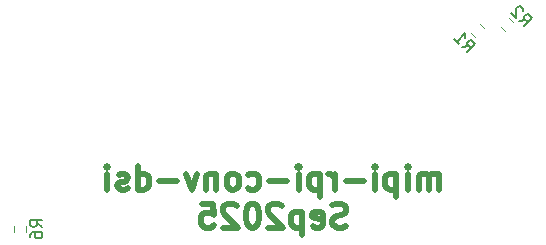
<source format=gbo>
G04 #@! TF.GenerationSoftware,KiCad,Pcbnew,9.0.4-9.0.4-0~ubuntu24.04.1*
G04 #@! TF.CreationDate,2025-08-31T09:26:06-07:00*
G04 #@! TF.ProjectId,2025-mipi-rpi-conv-dsi,32303235-2d6d-4697-9069-2d7270692d63,rev?*
G04 #@! TF.SameCoordinates,Original*
G04 #@! TF.FileFunction,Legend,Bot*
G04 #@! TF.FilePolarity,Positive*
%FSLAX46Y46*%
G04 Gerber Fmt 4.6, Leading zero omitted, Abs format (unit mm)*
G04 Created by KiCad (PCBNEW 9.0.4-9.0.4-0~ubuntu24.04.1) date 2025-08-31 09:26:06*
%MOMM*%
%LPD*%
G01*
G04 APERTURE LIST*
%ADD10C,0.500000*%
%ADD11C,0.150000*%
%ADD12C,0.120000*%
G04 APERTURE END LIST*
D10*
X109247619Y-103489294D02*
X109247619Y-102155960D01*
X109247619Y-102346436D02*
X109152381Y-102251198D01*
X109152381Y-102251198D02*
X108961905Y-102155960D01*
X108961905Y-102155960D02*
X108676190Y-102155960D01*
X108676190Y-102155960D02*
X108485714Y-102251198D01*
X108485714Y-102251198D02*
X108390476Y-102441675D01*
X108390476Y-102441675D02*
X108390476Y-103489294D01*
X108390476Y-102441675D02*
X108295238Y-102251198D01*
X108295238Y-102251198D02*
X108104762Y-102155960D01*
X108104762Y-102155960D02*
X107819048Y-102155960D01*
X107819048Y-102155960D02*
X107628571Y-102251198D01*
X107628571Y-102251198D02*
X107533333Y-102441675D01*
X107533333Y-102441675D02*
X107533333Y-103489294D01*
X106580952Y-103489294D02*
X106580952Y-102155960D01*
X106580952Y-101489294D02*
X106676190Y-101584532D01*
X106676190Y-101584532D02*
X106580952Y-101679770D01*
X106580952Y-101679770D02*
X106485714Y-101584532D01*
X106485714Y-101584532D02*
X106580952Y-101489294D01*
X106580952Y-101489294D02*
X106580952Y-101679770D01*
X105628571Y-102155960D02*
X105628571Y-104155960D01*
X105628571Y-102251198D02*
X105438095Y-102155960D01*
X105438095Y-102155960D02*
X105057142Y-102155960D01*
X105057142Y-102155960D02*
X104866666Y-102251198D01*
X104866666Y-102251198D02*
X104771428Y-102346436D01*
X104771428Y-102346436D02*
X104676190Y-102536913D01*
X104676190Y-102536913D02*
X104676190Y-103108341D01*
X104676190Y-103108341D02*
X104771428Y-103298817D01*
X104771428Y-103298817D02*
X104866666Y-103394056D01*
X104866666Y-103394056D02*
X105057142Y-103489294D01*
X105057142Y-103489294D02*
X105438095Y-103489294D01*
X105438095Y-103489294D02*
X105628571Y-103394056D01*
X103819047Y-103489294D02*
X103819047Y-102155960D01*
X103819047Y-101489294D02*
X103914285Y-101584532D01*
X103914285Y-101584532D02*
X103819047Y-101679770D01*
X103819047Y-101679770D02*
X103723809Y-101584532D01*
X103723809Y-101584532D02*
X103819047Y-101489294D01*
X103819047Y-101489294D02*
X103819047Y-101679770D01*
X102866666Y-102727389D02*
X101342857Y-102727389D01*
X100390476Y-103489294D02*
X100390476Y-102155960D01*
X100390476Y-102536913D02*
X100295238Y-102346436D01*
X100295238Y-102346436D02*
X100200000Y-102251198D01*
X100200000Y-102251198D02*
X100009524Y-102155960D01*
X100009524Y-102155960D02*
X99819047Y-102155960D01*
X99152381Y-102155960D02*
X99152381Y-104155960D01*
X99152381Y-102251198D02*
X98961905Y-102155960D01*
X98961905Y-102155960D02*
X98580952Y-102155960D01*
X98580952Y-102155960D02*
X98390476Y-102251198D01*
X98390476Y-102251198D02*
X98295238Y-102346436D01*
X98295238Y-102346436D02*
X98200000Y-102536913D01*
X98200000Y-102536913D02*
X98200000Y-103108341D01*
X98200000Y-103108341D02*
X98295238Y-103298817D01*
X98295238Y-103298817D02*
X98390476Y-103394056D01*
X98390476Y-103394056D02*
X98580952Y-103489294D01*
X98580952Y-103489294D02*
X98961905Y-103489294D01*
X98961905Y-103489294D02*
X99152381Y-103394056D01*
X97342857Y-103489294D02*
X97342857Y-102155960D01*
X97342857Y-101489294D02*
X97438095Y-101584532D01*
X97438095Y-101584532D02*
X97342857Y-101679770D01*
X97342857Y-101679770D02*
X97247619Y-101584532D01*
X97247619Y-101584532D02*
X97342857Y-101489294D01*
X97342857Y-101489294D02*
X97342857Y-101679770D01*
X96390476Y-102727389D02*
X94866667Y-102727389D01*
X93057143Y-103394056D02*
X93247619Y-103489294D01*
X93247619Y-103489294D02*
X93628572Y-103489294D01*
X93628572Y-103489294D02*
X93819048Y-103394056D01*
X93819048Y-103394056D02*
X93914286Y-103298817D01*
X93914286Y-103298817D02*
X94009524Y-103108341D01*
X94009524Y-103108341D02*
X94009524Y-102536913D01*
X94009524Y-102536913D02*
X93914286Y-102346436D01*
X93914286Y-102346436D02*
X93819048Y-102251198D01*
X93819048Y-102251198D02*
X93628572Y-102155960D01*
X93628572Y-102155960D02*
X93247619Y-102155960D01*
X93247619Y-102155960D02*
X93057143Y-102251198D01*
X91914286Y-103489294D02*
X92104762Y-103394056D01*
X92104762Y-103394056D02*
X92200000Y-103298817D01*
X92200000Y-103298817D02*
X92295238Y-103108341D01*
X92295238Y-103108341D02*
X92295238Y-102536913D01*
X92295238Y-102536913D02*
X92200000Y-102346436D01*
X92200000Y-102346436D02*
X92104762Y-102251198D01*
X92104762Y-102251198D02*
X91914286Y-102155960D01*
X91914286Y-102155960D02*
X91628571Y-102155960D01*
X91628571Y-102155960D02*
X91438095Y-102251198D01*
X91438095Y-102251198D02*
X91342857Y-102346436D01*
X91342857Y-102346436D02*
X91247619Y-102536913D01*
X91247619Y-102536913D02*
X91247619Y-103108341D01*
X91247619Y-103108341D02*
X91342857Y-103298817D01*
X91342857Y-103298817D02*
X91438095Y-103394056D01*
X91438095Y-103394056D02*
X91628571Y-103489294D01*
X91628571Y-103489294D02*
X91914286Y-103489294D01*
X90390476Y-102155960D02*
X90390476Y-103489294D01*
X90390476Y-102346436D02*
X90295238Y-102251198D01*
X90295238Y-102251198D02*
X90104762Y-102155960D01*
X90104762Y-102155960D02*
X89819047Y-102155960D01*
X89819047Y-102155960D02*
X89628571Y-102251198D01*
X89628571Y-102251198D02*
X89533333Y-102441675D01*
X89533333Y-102441675D02*
X89533333Y-103489294D01*
X88771428Y-102155960D02*
X88295238Y-103489294D01*
X88295238Y-103489294D02*
X87819047Y-102155960D01*
X87057142Y-102727389D02*
X85533333Y-102727389D01*
X83723809Y-103489294D02*
X83723809Y-101489294D01*
X83723809Y-103394056D02*
X83914285Y-103489294D01*
X83914285Y-103489294D02*
X84295238Y-103489294D01*
X84295238Y-103489294D02*
X84485714Y-103394056D01*
X84485714Y-103394056D02*
X84580952Y-103298817D01*
X84580952Y-103298817D02*
X84676190Y-103108341D01*
X84676190Y-103108341D02*
X84676190Y-102536913D01*
X84676190Y-102536913D02*
X84580952Y-102346436D01*
X84580952Y-102346436D02*
X84485714Y-102251198D01*
X84485714Y-102251198D02*
X84295238Y-102155960D01*
X84295238Y-102155960D02*
X83914285Y-102155960D01*
X83914285Y-102155960D02*
X83723809Y-102251198D01*
X82866666Y-103394056D02*
X82676190Y-103489294D01*
X82676190Y-103489294D02*
X82295238Y-103489294D01*
X82295238Y-103489294D02*
X82104761Y-103394056D01*
X82104761Y-103394056D02*
X82009523Y-103203579D01*
X82009523Y-103203579D02*
X82009523Y-103108341D01*
X82009523Y-103108341D02*
X82104761Y-102917865D01*
X82104761Y-102917865D02*
X82295238Y-102822627D01*
X82295238Y-102822627D02*
X82580952Y-102822627D01*
X82580952Y-102822627D02*
X82771428Y-102727389D01*
X82771428Y-102727389D02*
X82866666Y-102536913D01*
X82866666Y-102536913D02*
X82866666Y-102441675D01*
X82866666Y-102441675D02*
X82771428Y-102251198D01*
X82771428Y-102251198D02*
X82580952Y-102155960D01*
X82580952Y-102155960D02*
X82295238Y-102155960D01*
X82295238Y-102155960D02*
X82104761Y-102251198D01*
X81152380Y-103489294D02*
X81152380Y-102155960D01*
X81152380Y-101489294D02*
X81247618Y-101584532D01*
X81247618Y-101584532D02*
X81152380Y-101679770D01*
X81152380Y-101679770D02*
X81057142Y-101584532D01*
X81057142Y-101584532D02*
X81152380Y-101489294D01*
X81152380Y-101489294D02*
X81152380Y-101679770D01*
X101342857Y-106613944D02*
X101057143Y-106709182D01*
X101057143Y-106709182D02*
X100580952Y-106709182D01*
X100580952Y-106709182D02*
X100390476Y-106613944D01*
X100390476Y-106613944D02*
X100295238Y-106518705D01*
X100295238Y-106518705D02*
X100200000Y-106328229D01*
X100200000Y-106328229D02*
X100200000Y-106137753D01*
X100200000Y-106137753D02*
X100295238Y-105947277D01*
X100295238Y-105947277D02*
X100390476Y-105852039D01*
X100390476Y-105852039D02*
X100580952Y-105756801D01*
X100580952Y-105756801D02*
X100961905Y-105661563D01*
X100961905Y-105661563D02*
X101152381Y-105566324D01*
X101152381Y-105566324D02*
X101247619Y-105471086D01*
X101247619Y-105471086D02*
X101342857Y-105280610D01*
X101342857Y-105280610D02*
X101342857Y-105090134D01*
X101342857Y-105090134D02*
X101247619Y-104899658D01*
X101247619Y-104899658D02*
X101152381Y-104804420D01*
X101152381Y-104804420D02*
X100961905Y-104709182D01*
X100961905Y-104709182D02*
X100485714Y-104709182D01*
X100485714Y-104709182D02*
X100200000Y-104804420D01*
X98580952Y-106613944D02*
X98771428Y-106709182D01*
X98771428Y-106709182D02*
X99152381Y-106709182D01*
X99152381Y-106709182D02*
X99342857Y-106613944D01*
X99342857Y-106613944D02*
X99438095Y-106423467D01*
X99438095Y-106423467D02*
X99438095Y-105661563D01*
X99438095Y-105661563D02*
X99342857Y-105471086D01*
X99342857Y-105471086D02*
X99152381Y-105375848D01*
X99152381Y-105375848D02*
X98771428Y-105375848D01*
X98771428Y-105375848D02*
X98580952Y-105471086D01*
X98580952Y-105471086D02*
X98485714Y-105661563D01*
X98485714Y-105661563D02*
X98485714Y-105852039D01*
X98485714Y-105852039D02*
X99438095Y-106042515D01*
X97628571Y-105375848D02*
X97628571Y-107375848D01*
X97628571Y-105471086D02*
X97438095Y-105375848D01*
X97438095Y-105375848D02*
X97057142Y-105375848D01*
X97057142Y-105375848D02*
X96866666Y-105471086D01*
X96866666Y-105471086D02*
X96771428Y-105566324D01*
X96771428Y-105566324D02*
X96676190Y-105756801D01*
X96676190Y-105756801D02*
X96676190Y-106328229D01*
X96676190Y-106328229D02*
X96771428Y-106518705D01*
X96771428Y-106518705D02*
X96866666Y-106613944D01*
X96866666Y-106613944D02*
X97057142Y-106709182D01*
X97057142Y-106709182D02*
X97438095Y-106709182D01*
X97438095Y-106709182D02*
X97628571Y-106613944D01*
X95914285Y-104899658D02*
X95819047Y-104804420D01*
X95819047Y-104804420D02*
X95628571Y-104709182D01*
X95628571Y-104709182D02*
X95152380Y-104709182D01*
X95152380Y-104709182D02*
X94961904Y-104804420D01*
X94961904Y-104804420D02*
X94866666Y-104899658D01*
X94866666Y-104899658D02*
X94771428Y-105090134D01*
X94771428Y-105090134D02*
X94771428Y-105280610D01*
X94771428Y-105280610D02*
X94866666Y-105566324D01*
X94866666Y-105566324D02*
X96009523Y-106709182D01*
X96009523Y-106709182D02*
X94771428Y-106709182D01*
X93533333Y-104709182D02*
X93342856Y-104709182D01*
X93342856Y-104709182D02*
X93152380Y-104804420D01*
X93152380Y-104804420D02*
X93057142Y-104899658D01*
X93057142Y-104899658D02*
X92961904Y-105090134D01*
X92961904Y-105090134D02*
X92866666Y-105471086D01*
X92866666Y-105471086D02*
X92866666Y-105947277D01*
X92866666Y-105947277D02*
X92961904Y-106328229D01*
X92961904Y-106328229D02*
X93057142Y-106518705D01*
X93057142Y-106518705D02*
X93152380Y-106613944D01*
X93152380Y-106613944D02*
X93342856Y-106709182D01*
X93342856Y-106709182D02*
X93533333Y-106709182D01*
X93533333Y-106709182D02*
X93723809Y-106613944D01*
X93723809Y-106613944D02*
X93819047Y-106518705D01*
X93819047Y-106518705D02*
X93914285Y-106328229D01*
X93914285Y-106328229D02*
X94009523Y-105947277D01*
X94009523Y-105947277D02*
X94009523Y-105471086D01*
X94009523Y-105471086D02*
X93914285Y-105090134D01*
X93914285Y-105090134D02*
X93819047Y-104899658D01*
X93819047Y-104899658D02*
X93723809Y-104804420D01*
X93723809Y-104804420D02*
X93533333Y-104709182D01*
X92104761Y-104899658D02*
X92009523Y-104804420D01*
X92009523Y-104804420D02*
X91819047Y-104709182D01*
X91819047Y-104709182D02*
X91342856Y-104709182D01*
X91342856Y-104709182D02*
X91152380Y-104804420D01*
X91152380Y-104804420D02*
X91057142Y-104899658D01*
X91057142Y-104899658D02*
X90961904Y-105090134D01*
X90961904Y-105090134D02*
X90961904Y-105280610D01*
X90961904Y-105280610D02*
X91057142Y-105566324D01*
X91057142Y-105566324D02*
X92199999Y-106709182D01*
X92199999Y-106709182D02*
X90961904Y-106709182D01*
X89152380Y-104709182D02*
X90104761Y-104709182D01*
X90104761Y-104709182D02*
X90199999Y-105661563D01*
X90199999Y-105661563D02*
X90104761Y-105566324D01*
X90104761Y-105566324D02*
X89914285Y-105471086D01*
X89914285Y-105471086D02*
X89438094Y-105471086D01*
X89438094Y-105471086D02*
X89247618Y-105566324D01*
X89247618Y-105566324D02*
X89152380Y-105661563D01*
X89152380Y-105661563D02*
X89057142Y-105852039D01*
X89057142Y-105852039D02*
X89057142Y-106328229D01*
X89057142Y-106328229D02*
X89152380Y-106518705D01*
X89152380Y-106518705D02*
X89247618Y-106613944D01*
X89247618Y-106613944D02*
X89438094Y-106709182D01*
X89438094Y-106709182D02*
X89914285Y-106709182D01*
X89914285Y-106709182D02*
X90104761Y-106613944D01*
X90104761Y-106613944D02*
X90199999Y-106518705D01*
D11*
X115996245Y-89239456D02*
X116568664Y-89138441D01*
X116400306Y-89643517D02*
X117107412Y-88936410D01*
X117107412Y-88936410D02*
X116838038Y-88667036D01*
X116838038Y-88667036D02*
X116737023Y-88633364D01*
X116737023Y-88633364D02*
X116669680Y-88633364D01*
X116669680Y-88633364D02*
X116568664Y-88667036D01*
X116568664Y-88667036D02*
X116467649Y-88768051D01*
X116467649Y-88768051D02*
X116433977Y-88869067D01*
X116433977Y-88869067D02*
X116433977Y-88936410D01*
X116433977Y-88936410D02*
X116467649Y-89037425D01*
X116467649Y-89037425D02*
X116737023Y-89306799D01*
X116366634Y-88330319D02*
X116366634Y-88262975D01*
X116366634Y-88262975D02*
X116332962Y-88161960D01*
X116332962Y-88161960D02*
X116164603Y-87993601D01*
X116164603Y-87993601D02*
X116063588Y-87959929D01*
X116063588Y-87959929D02*
X115996245Y-87959929D01*
X115996245Y-87959929D02*
X115895229Y-87993601D01*
X115895229Y-87993601D02*
X115827886Y-88060945D01*
X115827886Y-88060945D02*
X115760542Y-88195632D01*
X115760542Y-88195632D02*
X115760542Y-89003754D01*
X115760542Y-89003754D02*
X115322810Y-88566021D01*
X111196245Y-91439456D02*
X111768664Y-91338441D01*
X111600306Y-91843517D02*
X112307412Y-91136410D01*
X112307412Y-91136410D02*
X112038038Y-90867036D01*
X112038038Y-90867036D02*
X111937023Y-90833364D01*
X111937023Y-90833364D02*
X111869680Y-90833364D01*
X111869680Y-90833364D02*
X111768664Y-90867036D01*
X111768664Y-90867036D02*
X111667649Y-90968051D01*
X111667649Y-90968051D02*
X111633977Y-91069067D01*
X111633977Y-91069067D02*
X111633977Y-91136410D01*
X111633977Y-91136410D02*
X111667649Y-91237425D01*
X111667649Y-91237425D02*
X111937023Y-91506799D01*
X110522810Y-90766021D02*
X110926871Y-91170082D01*
X110724840Y-90968051D02*
X111431947Y-90260945D01*
X111431947Y-90260945D02*
X111398275Y-90429303D01*
X111398275Y-90429303D02*
X111398275Y-90563990D01*
X111398275Y-90563990D02*
X111431947Y-90665006D01*
X75634819Y-106658333D02*
X75158628Y-106325000D01*
X75634819Y-106086905D02*
X74634819Y-106086905D01*
X74634819Y-106086905D02*
X74634819Y-106467857D01*
X74634819Y-106467857D02*
X74682438Y-106563095D01*
X74682438Y-106563095D02*
X74730057Y-106610714D01*
X74730057Y-106610714D02*
X74825295Y-106658333D01*
X74825295Y-106658333D02*
X74968152Y-106658333D01*
X74968152Y-106658333D02*
X75063390Y-106610714D01*
X75063390Y-106610714D02*
X75111009Y-106563095D01*
X75111009Y-106563095D02*
X75158628Y-106467857D01*
X75158628Y-106467857D02*
X75158628Y-106086905D01*
X74634819Y-107515476D02*
X74634819Y-107325000D01*
X74634819Y-107325000D02*
X74682438Y-107229762D01*
X74682438Y-107229762D02*
X74730057Y-107182143D01*
X74730057Y-107182143D02*
X74872914Y-107086905D01*
X74872914Y-107086905D02*
X75063390Y-107039286D01*
X75063390Y-107039286D02*
X75444342Y-107039286D01*
X75444342Y-107039286D02*
X75539580Y-107086905D01*
X75539580Y-107086905D02*
X75587200Y-107134524D01*
X75587200Y-107134524D02*
X75634819Y-107229762D01*
X75634819Y-107229762D02*
X75634819Y-107420238D01*
X75634819Y-107420238D02*
X75587200Y-107515476D01*
X75587200Y-107515476D02*
X75539580Y-107563095D01*
X75539580Y-107563095D02*
X75444342Y-107610714D01*
X75444342Y-107610714D02*
X75206247Y-107610714D01*
X75206247Y-107610714D02*
X75111009Y-107563095D01*
X75111009Y-107563095D02*
X75063390Y-107515476D01*
X75063390Y-107515476D02*
X75015771Y-107420238D01*
X75015771Y-107420238D02*
X75015771Y-107229762D01*
X75015771Y-107229762D02*
X75063390Y-107134524D01*
X75063390Y-107134524D02*
X75111009Y-107086905D01*
X75111009Y-107086905D02*
X75206247Y-107039286D01*
D12*
G04 #@! TO.C,R2*
X114798303Y-90037230D02*
X114462770Y-89701697D01*
X115537230Y-89298303D02*
X115201697Y-88962770D01*
G04 #@! TO.C,R1*
X112298303Y-90537230D02*
X111962770Y-90201697D01*
X113037230Y-89798303D02*
X112701697Y-89462770D01*
G04 #@! TO.C,R6*
X73227500Y-107062258D02*
X73227500Y-106587742D01*
X74272500Y-107062258D02*
X74272500Y-106587742D01*
G04 #@! TD*
M02*

</source>
